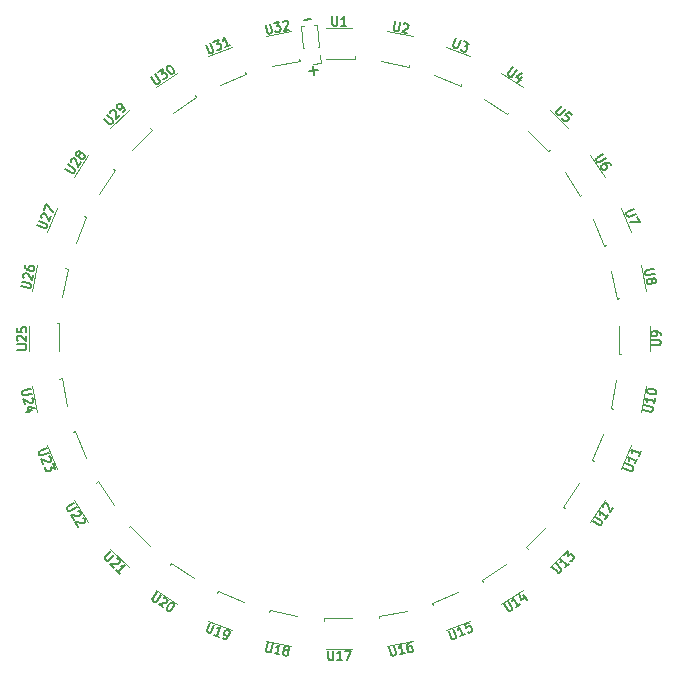
<source format=gbr>
%TF.GenerationSoftware,KiCad,Pcbnew,7.0.1-0*%
%TF.CreationDate,2023-11-10T13:36:56-08:00*%
%TF.ProjectId,ws2816b_ring_revA,77733238-3136-4625-9f72-696e675f7265,A*%
%TF.SameCoordinates,Original*%
%TF.FileFunction,Legend,Top*%
%TF.FilePolarity,Positive*%
%FSLAX46Y46*%
G04 Gerber Fmt 4.6, Leading zero omitted, Abs format (unit mm)*
G04 Created by KiCad (PCBNEW 7.0.1-0) date 2023-11-10 13:36:56*
%MOMM*%
%LPD*%
G01*
G04 APERTURE LIST*
%ADD10C,0.150000*%
%ADD11C,0.120000*%
G04 APERTURE END LIST*
D10*
X144339468Y-71074611D02*
X144908145Y-71018601D01*
X144741172Y-75363579D02*
X145499408Y-75288900D01*
X145157630Y-75705358D02*
X145082950Y-74947122D01*
%TO.C,U24*%
X121230401Y-102280343D02*
X120595226Y-102406687D01*
X120595226Y-102406687D02*
X120527467Y-102456579D01*
X120527467Y-102456579D02*
X120497071Y-102499039D01*
X120497071Y-102499039D02*
X120473643Y-102576527D01*
X120473643Y-102576527D02*
X120501513Y-102716640D01*
X120501513Y-102716640D02*
X120552812Y-102779264D01*
X120552812Y-102779264D02*
X120597142Y-102806860D01*
X120597142Y-102806860D02*
X120678836Y-102827024D01*
X120678836Y-102827024D02*
X121314012Y-102700679D01*
X121301993Y-103030796D02*
X121346323Y-103058392D01*
X121346323Y-103058392D02*
X121397622Y-103121016D01*
X121397622Y-103121016D02*
X121432459Y-103296156D01*
X121432459Y-103296156D02*
X121409031Y-103373644D01*
X121409031Y-103373644D02*
X121378635Y-103416104D01*
X121378635Y-103416104D02*
X121310876Y-103465996D01*
X121310876Y-103465996D02*
X121236150Y-103480860D01*
X121236150Y-103480860D02*
X121117093Y-103468128D01*
X121117093Y-103468128D02*
X120585123Y-103136976D01*
X120585123Y-103136976D02*
X120675701Y-103592340D01*
X121324202Y-104118797D02*
X120801116Y-104222846D01*
X121588270Y-103884201D02*
X120992984Y-103820541D01*
X120992984Y-103820541D02*
X121083562Y-104275906D01*
%TO.C,U12*%
X168773578Y-113472681D02*
X169312054Y-113832479D01*
X169312054Y-113832479D02*
X169395245Y-113845113D01*
X169395245Y-113845113D02*
X169446762Y-113836582D01*
X169446762Y-113836582D02*
X169518121Y-113798356D01*
X169518121Y-113798356D02*
X169597488Y-113679575D01*
X169597488Y-113679575D02*
X169605497Y-113599019D01*
X169605497Y-113599019D02*
X169593663Y-113548160D01*
X169593663Y-113548160D02*
X169550155Y-113476135D01*
X169550155Y-113476135D02*
X169011680Y-113116337D01*
X170093533Y-112937191D02*
X169855431Y-113293535D01*
X169974482Y-113115363D02*
X169309306Y-112670907D01*
X169309306Y-112670907D02*
X169364648Y-112793792D01*
X169364648Y-112793792D02*
X169388314Y-112895511D01*
X169388314Y-112895511D02*
X169380306Y-112976067D01*
X169650442Y-112297501D02*
X169638608Y-112246641D01*
X169638608Y-112246641D02*
X169646617Y-112166086D01*
X169646617Y-112166086D02*
X169745826Y-112017609D01*
X169745826Y-112017609D02*
X169817185Y-111979383D01*
X169817185Y-111979383D02*
X169868701Y-111970853D01*
X169868701Y-111970853D02*
X169951893Y-111983486D01*
X169951893Y-111983486D02*
X170015243Y-112025816D01*
X170015243Y-112025816D02*
X170090427Y-112119005D01*
X170090427Y-112119005D02*
X170232425Y-112729324D01*
X170232425Y-112729324D02*
X170490369Y-112343284D01*
%TO.C,U1*%
X146741152Y-70752697D02*
X146741152Y-71400316D01*
X146741152Y-71400316D02*
X146776866Y-71476506D01*
X146776866Y-71476506D02*
X146812581Y-71514602D01*
X146812581Y-71514602D02*
X146884009Y-71552697D01*
X146884009Y-71552697D02*
X147026866Y-71552697D01*
X147026866Y-71552697D02*
X147098295Y-71514602D01*
X147098295Y-71514602D02*
X147134009Y-71476506D01*
X147134009Y-71476506D02*
X147169723Y-71400316D01*
X147169723Y-71400316D02*
X147169723Y-70752697D01*
X147919723Y-71552697D02*
X147491152Y-71552697D01*
X147705437Y-71552697D02*
X147705437Y-70752697D01*
X147705437Y-70752697D02*
X147634009Y-70866982D01*
X147634009Y-70866982D02*
X147562580Y-70943173D01*
X147562580Y-70943173D02*
X147491152Y-70981268D01*
%TO.C,U26*%
X120384218Y-93626466D02*
X121019393Y-93752810D01*
X121019393Y-93752810D02*
X121101087Y-93732646D01*
X121101087Y-93732646D02*
X121145418Y-93705050D01*
X121145418Y-93705050D02*
X121196716Y-93642426D01*
X121196716Y-93642426D02*
X121224586Y-93502313D01*
X121224586Y-93502313D02*
X121201158Y-93424825D01*
X121201158Y-93424825D02*
X121170762Y-93382365D01*
X121170762Y-93382365D02*
X121103003Y-93332473D01*
X121103003Y-93332473D02*
X120467828Y-93206129D01*
X120605262Y-92905741D02*
X120574866Y-92863281D01*
X120574866Y-92863281D02*
X120551438Y-92785793D01*
X120551438Y-92785793D02*
X120586276Y-92610653D01*
X120586276Y-92610653D02*
X120637574Y-92548028D01*
X120637574Y-92548028D02*
X120681905Y-92520432D01*
X120681905Y-92520432D02*
X120763599Y-92500268D01*
X120763599Y-92500268D02*
X120838325Y-92515132D01*
X120838325Y-92515132D02*
X120943447Y-92572456D01*
X120943447Y-92572456D02*
X121308196Y-93081977D01*
X121308196Y-93081977D02*
X121398774Y-92626613D01*
X120739561Y-91840035D02*
X120711691Y-91980147D01*
X120711691Y-91980147D02*
X120735119Y-92057636D01*
X120735119Y-92057636D02*
X120765515Y-92100096D01*
X120765515Y-92100096D02*
X120863670Y-92192448D01*
X120863670Y-92192448D02*
X121006155Y-92257204D01*
X121006155Y-92257204D02*
X121305061Y-92316660D01*
X121305061Y-92316660D02*
X121386755Y-92296496D01*
X121386755Y-92296496D02*
X121431086Y-92268900D01*
X121431086Y-92268900D02*
X121482384Y-92206276D01*
X121482384Y-92206276D02*
X121510254Y-92066164D01*
X121510254Y-92066164D02*
X121486826Y-91988675D01*
X121486826Y-91988675D02*
X121456430Y-91946215D01*
X121456430Y-91946215D02*
X121388671Y-91896323D01*
X121388671Y-91896323D02*
X121201855Y-91859163D01*
X121201855Y-91859163D02*
X121120161Y-91879327D01*
X121120161Y-91879327D02*
X121075830Y-91906923D01*
X121075830Y-91906923D02*
X121024532Y-91969547D01*
X121024532Y-91969547D02*
X120996662Y-92109660D01*
X120996662Y-92109660D02*
X121020090Y-92187148D01*
X121020090Y-92187148D02*
X121050486Y-92229608D01*
X121050486Y-92229608D02*
X121118245Y-92279500D01*
%TO.C,U28*%
X124119741Y-83653789D02*
X124658217Y-84013587D01*
X124658217Y-84013587D02*
X124741408Y-84026221D01*
X124741408Y-84026221D02*
X124792925Y-84017690D01*
X124792925Y-84017690D02*
X124864284Y-83979464D01*
X124864284Y-83979464D02*
X124943651Y-83860683D01*
X124943651Y-83860683D02*
X124951660Y-83780127D01*
X124951660Y-83780127D02*
X124939826Y-83729268D01*
X124939826Y-83729268D02*
X124896318Y-83657243D01*
X124896318Y-83657243D02*
X124357843Y-83297445D01*
X124599769Y-83072516D02*
X124587935Y-83021657D01*
X124587935Y-83021657D02*
X124595944Y-82941101D01*
X124595944Y-82941101D02*
X124695153Y-82792625D01*
X124695153Y-82792625D02*
X124766512Y-82754398D01*
X124766512Y-82754398D02*
X124818028Y-82745868D01*
X124818028Y-82745868D02*
X124901220Y-82758501D01*
X124901220Y-82758501D02*
X124964570Y-82800831D01*
X124964570Y-82800831D02*
X125039754Y-82894020D01*
X125039754Y-82894020D02*
X125181752Y-83504339D01*
X125181752Y-83504339D02*
X125439696Y-83118299D01*
X125297697Y-82507980D02*
X125226338Y-82546206D01*
X125226338Y-82546206D02*
X125174822Y-82554737D01*
X125174822Y-82554737D02*
X125091630Y-82542103D01*
X125091630Y-82542103D02*
X125059955Y-82520939D01*
X125059955Y-82520939D02*
X125016446Y-82448914D01*
X125016446Y-82448914D02*
X125004613Y-82398054D01*
X125004613Y-82398054D02*
X125012622Y-82317499D01*
X125012622Y-82317499D02*
X125091989Y-82198717D01*
X125091989Y-82198717D02*
X125163348Y-82160491D01*
X125163348Y-82160491D02*
X125214864Y-82151961D01*
X125214864Y-82151961D02*
X125298056Y-82164594D01*
X125298056Y-82164594D02*
X125329731Y-82185759D01*
X125329731Y-82185759D02*
X125373240Y-82257783D01*
X125373240Y-82257783D02*
X125385073Y-82308643D01*
X125385073Y-82308643D02*
X125377064Y-82389199D01*
X125377064Y-82389199D02*
X125297697Y-82507980D01*
X125297697Y-82507980D02*
X125289689Y-82588535D01*
X125289689Y-82588535D02*
X125301522Y-82639395D01*
X125301522Y-82639395D02*
X125345030Y-82711420D01*
X125345030Y-82711420D02*
X125471730Y-82796078D01*
X125471730Y-82796078D02*
X125554922Y-82808712D01*
X125554922Y-82808712D02*
X125606439Y-82800181D01*
X125606439Y-82800181D02*
X125677797Y-82761955D01*
X125677797Y-82761955D02*
X125757165Y-82643174D01*
X125757165Y-82643174D02*
X125765173Y-82562618D01*
X125765173Y-82562618D02*
X125753340Y-82511758D01*
X125753340Y-82511758D02*
X125709832Y-82439734D01*
X125709832Y-82439734D02*
X125583132Y-82355076D01*
X125583132Y-82355076D02*
X125499940Y-82342442D01*
X125499940Y-82342442D02*
X125448423Y-82350973D01*
X125448423Y-82350973D02*
X125377064Y-82389199D01*
%TO.C,U13*%
X165348634Y-117361340D02*
X165806569Y-117819276D01*
X165806569Y-117819276D02*
X165885698Y-117847897D01*
X165885698Y-117847897D02*
X165937889Y-117849581D01*
X165937889Y-117849581D02*
X166015334Y-117826010D01*
X166015334Y-117826010D02*
X166116350Y-117724995D01*
X166116350Y-117724995D02*
X166139920Y-117647550D01*
X166139920Y-117647550D02*
X166138236Y-117595359D01*
X166138236Y-117595359D02*
X166109615Y-117516230D01*
X166109615Y-117516230D02*
X165651679Y-117058294D01*
X166747695Y-117093650D02*
X166444649Y-117396696D01*
X166596172Y-117245173D02*
X166030486Y-116679487D01*
X166030486Y-116679487D02*
X166060791Y-116810807D01*
X166060791Y-116810807D02*
X166064158Y-116915190D01*
X166064158Y-116915190D02*
X166040588Y-116992635D01*
X166358786Y-116351188D02*
X166687086Y-116022888D01*
X166687086Y-116022888D02*
X166725808Y-116415164D01*
X166725808Y-116415164D02*
X166801570Y-116339403D01*
X166801570Y-116339403D02*
X166879015Y-116315832D01*
X166879015Y-116315832D02*
X166931206Y-116317516D01*
X166931206Y-116317516D02*
X167010335Y-116346137D01*
X167010335Y-116346137D02*
X167145022Y-116480824D01*
X167145022Y-116480824D02*
X167173643Y-116559952D01*
X167173643Y-116559952D02*
X167175326Y-116612144D01*
X167175326Y-116612144D02*
X167151756Y-116689589D01*
X167151756Y-116689589D02*
X167000233Y-116841112D01*
X167000233Y-116841112D02*
X166922788Y-116864682D01*
X166922788Y-116864682D02*
X166870597Y-116862998D01*
%TO.C,U32*%
X141080455Y-71459424D02*
X141206799Y-72094599D01*
X141206799Y-72094599D02*
X141256691Y-72162358D01*
X141256691Y-72162358D02*
X141299151Y-72192754D01*
X141299151Y-72192754D02*
X141376639Y-72216182D01*
X141376639Y-72216182D02*
X141516752Y-72188312D01*
X141516752Y-72188312D02*
X141579376Y-72137013D01*
X141579376Y-72137013D02*
X141606972Y-72092683D01*
X141606972Y-72092683D02*
X141627136Y-72010989D01*
X141627136Y-72010989D02*
X141500791Y-71375813D01*
X141781016Y-71320073D02*
X142236380Y-71229496D01*
X142236380Y-71229496D02*
X142050640Y-71577174D01*
X142050640Y-71577174D02*
X142155724Y-71556272D01*
X142155724Y-71556272D02*
X142233212Y-71579700D01*
X142233212Y-71579700D02*
X142275672Y-71610096D01*
X142275672Y-71610096D02*
X142325564Y-71677855D01*
X142325564Y-71677855D02*
X142362724Y-71864671D01*
X142362724Y-71864671D02*
X142342560Y-71946365D01*
X142342560Y-71946365D02*
X142314964Y-71990696D01*
X142314964Y-71990696D02*
X142252340Y-72041994D01*
X142252340Y-72041994D02*
X142042172Y-72083799D01*
X142042172Y-72083799D02*
X141964684Y-72060371D01*
X141964684Y-72060371D02*
X141922224Y-72029975D01*
X142531469Y-71248482D02*
X142559065Y-71204151D01*
X142559065Y-71204151D02*
X142621689Y-71152853D01*
X142621689Y-71152853D02*
X142796829Y-71118016D01*
X142796829Y-71118016D02*
X142874317Y-71141444D01*
X142874317Y-71141444D02*
X142916777Y-71171839D01*
X142916777Y-71171839D02*
X142966669Y-71239598D01*
X142966669Y-71239598D02*
X142981533Y-71314325D01*
X142981533Y-71314325D02*
X142968801Y-71433382D01*
X142968801Y-71433382D02*
X142637649Y-71965351D01*
X142637649Y-71965351D02*
X143093014Y-71874774D01*
%TO.C,U29*%
X127370188Y-79403878D02*
X127828123Y-79861814D01*
X127828123Y-79861814D02*
X127907252Y-79890435D01*
X127907252Y-79890435D02*
X127959443Y-79892119D01*
X127959443Y-79892119D02*
X128036888Y-79868548D01*
X128036888Y-79868548D02*
X128137904Y-79767533D01*
X128137904Y-79767533D02*
X128161474Y-79690088D01*
X128161474Y-79690088D02*
X128159790Y-79637897D01*
X128159790Y-79637897D02*
X128131169Y-79558768D01*
X128131169Y-79558768D02*
X127673233Y-79100832D01*
X127954392Y-78927423D02*
X127952709Y-78875232D01*
X127952709Y-78875232D02*
X127976279Y-78797787D01*
X127976279Y-78797787D02*
X128102548Y-78671518D01*
X128102548Y-78671518D02*
X128179993Y-78647948D01*
X128179993Y-78647948D02*
X128232184Y-78649631D01*
X128232184Y-78649631D02*
X128311313Y-78678252D01*
X128311313Y-78678252D02*
X128365188Y-78732127D01*
X128365188Y-78732127D02*
X128420746Y-78838193D01*
X128420746Y-78838193D02*
X128440949Y-79464488D01*
X128440949Y-79464488D02*
X128769249Y-79136188D01*
X129021787Y-78883650D02*
X129122802Y-78782634D01*
X129122802Y-78782634D02*
X129146373Y-78705189D01*
X129146373Y-78705189D02*
X129144689Y-78652998D01*
X129144689Y-78652998D02*
X129114384Y-78521678D01*
X129114384Y-78521678D02*
X129031889Y-78388675D01*
X129031889Y-78388675D02*
X128816389Y-78173176D01*
X128816389Y-78173176D02*
X128737261Y-78144555D01*
X128737261Y-78144555D02*
X128685070Y-78142871D01*
X128685070Y-78142871D02*
X128607625Y-78166441D01*
X128607625Y-78166441D02*
X128506609Y-78267457D01*
X128506609Y-78267457D02*
X128483039Y-78344902D01*
X128483039Y-78344902D02*
X128484723Y-78397093D01*
X128484723Y-78397093D02*
X128513344Y-78476221D01*
X128513344Y-78476221D02*
X128648031Y-78610908D01*
X128648031Y-78610908D02*
X128727159Y-78639529D01*
X128727159Y-78639529D02*
X128779350Y-78641213D01*
X128779350Y-78641213D02*
X128856796Y-78617643D01*
X128856796Y-78617643D02*
X128957811Y-78516628D01*
X128957811Y-78516628D02*
X128981381Y-78439183D01*
X128981381Y-78439183D02*
X128979697Y-78386991D01*
X128979697Y-78386991D02*
X128951076Y-78307863D01*
%TO.C,U7*%
X172299425Y-87056642D02*
X171701103Y-87304475D01*
X171701103Y-87304475D02*
X171644380Y-87366628D01*
X171644380Y-87366628D02*
X171622852Y-87414202D01*
X171622852Y-87414202D02*
X171614991Y-87494771D01*
X171614991Y-87494771D02*
X171669660Y-87626754D01*
X171669660Y-87626754D02*
X171732190Y-87678167D01*
X171732190Y-87678167D02*
X171781053Y-87696584D01*
X171781053Y-87696584D02*
X171865111Y-87700423D01*
X171865111Y-87700423D02*
X172463433Y-87452590D01*
X172572771Y-87716556D02*
X172764112Y-88178495D01*
X172764112Y-88178495D02*
X171902003Y-88187681D01*
%TO.C,U8*%
X173960249Y-92140736D02*
X173325073Y-92267080D01*
X173325073Y-92267080D02*
X173257314Y-92316972D01*
X173257314Y-92316972D02*
X173226919Y-92359432D01*
X173226919Y-92359432D02*
X173203490Y-92436920D01*
X173203490Y-92436920D02*
X173231360Y-92577032D01*
X173231360Y-92577032D02*
X173282659Y-92639656D01*
X173282659Y-92639656D02*
X173326989Y-92667252D01*
X173326989Y-92667252D02*
X173408683Y-92687416D01*
X173408683Y-92687416D02*
X174043859Y-92561072D01*
X173798167Y-93083324D02*
X173821595Y-93005836D01*
X173821595Y-93005836D02*
X173851991Y-92963376D01*
X173851991Y-92963376D02*
X173919750Y-92913484D01*
X173919750Y-92913484D02*
X173957113Y-92906052D01*
X173957113Y-92906052D02*
X174038807Y-92926216D01*
X174038807Y-92926216D02*
X174083138Y-92953812D01*
X174083138Y-92953812D02*
X174134436Y-93016436D01*
X174134436Y-93016436D02*
X174162306Y-93156549D01*
X174162306Y-93156549D02*
X174138878Y-93234037D01*
X174138878Y-93234037D02*
X174108482Y-93276497D01*
X174108482Y-93276497D02*
X174040723Y-93326389D01*
X174040723Y-93326389D02*
X174003360Y-93333821D01*
X174003360Y-93333821D02*
X173921666Y-93313657D01*
X173921666Y-93313657D02*
X173877335Y-93286061D01*
X173877335Y-93286061D02*
X173826037Y-93223437D01*
X173826037Y-93223437D02*
X173798167Y-93083324D01*
X173798167Y-93083324D02*
X173746869Y-93020700D01*
X173746869Y-93020700D02*
X173702538Y-92993104D01*
X173702538Y-92993104D02*
X173620844Y-92972940D01*
X173620844Y-92972940D02*
X173471391Y-93002668D01*
X173471391Y-93002668D02*
X173403632Y-93052560D01*
X173403632Y-93052560D02*
X173373236Y-93095021D01*
X173373236Y-93095021D02*
X173349808Y-93172509D01*
X173349808Y-93172509D02*
X173377678Y-93312621D01*
X173377678Y-93312621D02*
X173428976Y-93375245D01*
X173428976Y-93375245D02*
X173473307Y-93402841D01*
X173473307Y-93402841D02*
X173555001Y-93423005D01*
X173555001Y-93423005D02*
X173704454Y-93393277D01*
X173704454Y-93393277D02*
X173772213Y-93343385D01*
X173772213Y-93343385D02*
X173802609Y-93300925D01*
X173802609Y-93300925D02*
X173826037Y-93223437D01*
%TO.C,U6*%
X169678657Y-82394247D02*
X169140181Y-82754045D01*
X169140181Y-82754045D02*
X169096673Y-82826069D01*
X169096673Y-82826069D02*
X169084839Y-82876929D01*
X169084839Y-82876929D02*
X169092848Y-82957484D01*
X169092848Y-82957484D02*
X169172215Y-83076266D01*
X169172215Y-83076266D02*
X169243574Y-83114492D01*
X169243574Y-83114492D02*
X169295091Y-83123023D01*
X169295091Y-83123023D02*
X169378283Y-83110389D01*
X169378283Y-83110389D02*
X169916758Y-82750591D01*
X170293752Y-83314802D02*
X170214385Y-83196021D01*
X170214385Y-83196021D02*
X170143026Y-83157795D01*
X170143026Y-83157795D02*
X170091509Y-83149264D01*
X170091509Y-83149264D02*
X169956801Y-83153367D01*
X169956801Y-83153367D02*
X169810259Y-83208330D01*
X169810259Y-83208330D02*
X169556858Y-83377647D01*
X169556858Y-83377647D02*
X169513350Y-83449671D01*
X169513350Y-83449671D02*
X169501517Y-83500531D01*
X169501517Y-83500531D02*
X169509526Y-83581086D01*
X169509526Y-83581086D02*
X169588893Y-83699868D01*
X169588893Y-83699868D02*
X169660251Y-83738094D01*
X169660251Y-83738094D02*
X169711768Y-83746624D01*
X169711768Y-83746624D02*
X169794960Y-83733991D01*
X169794960Y-83733991D02*
X169953335Y-83628168D01*
X169953335Y-83628168D02*
X169996843Y-83556143D01*
X169996843Y-83556143D02*
X170008677Y-83505283D01*
X170008677Y-83505283D02*
X170000668Y-83424728D01*
X170000668Y-83424728D02*
X169921301Y-83305947D01*
X169921301Y-83305947D02*
X169849942Y-83267721D01*
X169849942Y-83267721D02*
X169798426Y-83259190D01*
X169798426Y-83259190D02*
X169715234Y-83271824D01*
%TO.C,U30*%
X131387293Y-75869758D02*
X131747091Y-76408234D01*
X131747091Y-76408234D02*
X131819116Y-76451742D01*
X131819116Y-76451742D02*
X131869975Y-76463576D01*
X131869975Y-76463576D02*
X131950531Y-76455567D01*
X131950531Y-76455567D02*
X132069312Y-76376200D01*
X132069312Y-76376200D02*
X132107538Y-76304841D01*
X132107538Y-76304841D02*
X132116069Y-76253324D01*
X132116069Y-76253324D02*
X132103435Y-76170133D01*
X132103435Y-76170133D02*
X131743637Y-75631657D01*
X131981200Y-75472923D02*
X132367239Y-75214979D01*
X132367239Y-75214979D02*
X132328688Y-75607272D01*
X132328688Y-75607272D02*
X132417775Y-75547747D01*
X132417775Y-75547747D02*
X132498330Y-75539738D01*
X132498330Y-75539738D02*
X132549190Y-75551572D01*
X132549190Y-75551572D02*
X132621214Y-75595080D01*
X132621214Y-75595080D02*
X132727037Y-75753455D01*
X132727037Y-75753455D02*
X132739671Y-75836647D01*
X132739671Y-75836647D02*
X132731140Y-75888164D01*
X132731140Y-75888164D02*
X132692914Y-75959522D01*
X132692914Y-75959522D02*
X132514742Y-76078573D01*
X132514742Y-76078573D02*
X132434187Y-76086582D01*
X132434187Y-76086582D02*
X132383327Y-76074748D01*
X132753279Y-74957036D02*
X132812670Y-74917352D01*
X132812670Y-74917352D02*
X132893225Y-74909344D01*
X132893225Y-74909344D02*
X132944085Y-74921177D01*
X132944085Y-74921177D02*
X133016109Y-74964685D01*
X133016109Y-74964685D02*
X133130463Y-75071544D01*
X133130463Y-75071544D02*
X133236286Y-75229919D01*
X133236286Y-75229919D02*
X133291249Y-75376461D01*
X133291249Y-75376461D02*
X133303883Y-75459653D01*
X133303883Y-75459653D02*
X133295352Y-75511169D01*
X133295352Y-75511169D02*
X133257126Y-75582528D01*
X133257126Y-75582528D02*
X133197735Y-75622212D01*
X133197735Y-75622212D02*
X133117180Y-75630220D01*
X133117180Y-75630220D02*
X133066320Y-75618387D01*
X133066320Y-75618387D02*
X132994295Y-75574879D01*
X132994295Y-75574879D02*
X132879942Y-75468020D01*
X132879942Y-75468020D02*
X132774119Y-75309645D01*
X132774119Y-75309645D02*
X132719156Y-75163103D01*
X132719156Y-75163103D02*
X132706522Y-75079911D01*
X132706522Y-75079911D02*
X132715053Y-75028395D01*
X132715053Y-75028395D02*
X132753279Y-74957036D01*
%TO.C,U10*%
X173050180Y-104087250D02*
X173685355Y-104213594D01*
X173685355Y-104213594D02*
X173767049Y-104193430D01*
X173767049Y-104193430D02*
X173811380Y-104165834D01*
X173811380Y-104165834D02*
X173862678Y-104103210D01*
X173862678Y-104103210D02*
X173890548Y-103963097D01*
X173890548Y-103963097D02*
X173867120Y-103885609D01*
X173867120Y-103885609D02*
X173836724Y-103843149D01*
X173836724Y-103843149D02*
X173768965Y-103793257D01*
X173768965Y-103793257D02*
X173133790Y-103666913D01*
X174064736Y-103087397D02*
X173981126Y-103507733D01*
X174022931Y-103297565D02*
X173238303Y-103141493D01*
X173238303Y-103141493D02*
X173336457Y-103233845D01*
X173336457Y-103233845D02*
X173397249Y-103318765D01*
X173397249Y-103318765D02*
X173420677Y-103396253D01*
X173370685Y-102475959D02*
X173384620Y-102405903D01*
X173384620Y-102405903D02*
X173435919Y-102343279D01*
X173435919Y-102343279D02*
X173480249Y-102315683D01*
X173480249Y-102315683D02*
X173561944Y-102295519D01*
X173561944Y-102295519D02*
X173718364Y-102290219D01*
X173718364Y-102290219D02*
X173905180Y-102327379D01*
X173905180Y-102327379D02*
X174047666Y-102392135D01*
X174047666Y-102392135D02*
X174115425Y-102442027D01*
X174115425Y-102442027D02*
X174145820Y-102484488D01*
X174145820Y-102484488D02*
X174169249Y-102561976D01*
X174169249Y-102561976D02*
X174155314Y-102632032D01*
X174155314Y-102632032D02*
X174104015Y-102694656D01*
X174104015Y-102694656D02*
X174059685Y-102722252D01*
X174059685Y-102722252D02*
X173977991Y-102742416D01*
X173977991Y-102742416D02*
X173821570Y-102747716D01*
X173821570Y-102747716D02*
X173634754Y-102710556D01*
X173634754Y-102710556D02*
X173492268Y-102645800D01*
X173492268Y-102645800D02*
X173424509Y-102595908D01*
X173424509Y-102595908D02*
X173394114Y-102553448D01*
X173394114Y-102553448D02*
X173370685Y-102475959D01*
%TO.C,U9*%
X173737493Y-98594009D02*
X174385112Y-98594009D01*
X174385112Y-98594009D02*
X174461302Y-98558295D01*
X174461302Y-98558295D02*
X174499398Y-98522581D01*
X174499398Y-98522581D02*
X174537493Y-98451152D01*
X174537493Y-98451152D02*
X174537493Y-98308295D01*
X174537493Y-98308295D02*
X174499398Y-98236866D01*
X174499398Y-98236866D02*
X174461302Y-98201152D01*
X174461302Y-98201152D02*
X174385112Y-98165438D01*
X174385112Y-98165438D02*
X173737493Y-98165438D01*
X174537493Y-97772581D02*
X174537493Y-97629724D01*
X174537493Y-97629724D02*
X174499398Y-97558295D01*
X174499398Y-97558295D02*
X174461302Y-97522581D01*
X174461302Y-97522581D02*
X174347017Y-97451152D01*
X174347017Y-97451152D02*
X174194636Y-97415438D01*
X174194636Y-97415438D02*
X173889874Y-97415438D01*
X173889874Y-97415438D02*
X173813683Y-97451152D01*
X173813683Y-97451152D02*
X173775588Y-97486867D01*
X173775588Y-97486867D02*
X173737493Y-97558295D01*
X173737493Y-97558295D02*
X173737493Y-97701152D01*
X173737493Y-97701152D02*
X173775588Y-97772581D01*
X173775588Y-97772581D02*
X173813683Y-97808295D01*
X173813683Y-97808295D02*
X173889874Y-97844009D01*
X173889874Y-97844009D02*
X174080350Y-97844009D01*
X174080350Y-97844009D02*
X174156540Y-97808295D01*
X174156540Y-97808295D02*
X174194636Y-97772581D01*
X174194636Y-97772581D02*
X174232731Y-97701152D01*
X174232731Y-97701152D02*
X174232731Y-97558295D01*
X174232731Y-97558295D02*
X174194636Y-97486867D01*
X174194636Y-97486867D02*
X174156540Y-97451152D01*
X174156540Y-97451152D02*
X174080350Y-97415438D01*
%TO.C,U31*%
X136016685Y-73187244D02*
X136264518Y-73785566D01*
X136264518Y-73785566D02*
X136326670Y-73842290D01*
X136326670Y-73842290D02*
X136374245Y-73863818D01*
X136374245Y-73863818D02*
X136454814Y-73871679D01*
X136454814Y-73871679D02*
X136586797Y-73817010D01*
X136586797Y-73817010D02*
X136638210Y-73754480D01*
X136638210Y-73754480D02*
X136656627Y-73705617D01*
X136656627Y-73705617D02*
X136660466Y-73621559D01*
X136660466Y-73621559D02*
X136412633Y-73023237D01*
X136676598Y-72913899D02*
X137105543Y-72736225D01*
X137105543Y-72736225D02*
X136991200Y-73113459D01*
X136991200Y-73113459D02*
X137090187Y-73072457D01*
X137090187Y-73072457D02*
X137170757Y-73080318D01*
X137170757Y-73080318D02*
X137218331Y-73101846D01*
X137218331Y-73101846D02*
X137280484Y-73158570D01*
X137280484Y-73158570D02*
X137353376Y-73334547D01*
X137353376Y-73334547D02*
X137349537Y-73418605D01*
X137349537Y-73418605D02*
X137331119Y-73467467D01*
X137331119Y-73467467D02*
X137279707Y-73529997D01*
X137279707Y-73529997D02*
X137081732Y-73612001D01*
X137081732Y-73612001D02*
X137001163Y-73604140D01*
X137001163Y-73604140D02*
X136953588Y-73582612D01*
X138071604Y-73201983D02*
X137675655Y-73365990D01*
X137873629Y-73283986D02*
X137567483Y-72544883D01*
X137567483Y-72544883D02*
X137545226Y-72677804D01*
X137545226Y-72677804D02*
X137508392Y-72775529D01*
X137508392Y-72775529D02*
X137456979Y-72838059D01*
%TO.C,U3*%
X157223784Y-72607541D02*
X156975951Y-73205863D01*
X156975951Y-73205863D02*
X156979790Y-73289921D01*
X156979790Y-73289921D02*
X156998207Y-73338784D01*
X156998207Y-73338784D02*
X157049620Y-73401314D01*
X157049620Y-73401314D02*
X157181603Y-73455983D01*
X157181603Y-73455983D02*
X157262172Y-73448122D01*
X157262172Y-73448122D02*
X157309747Y-73426594D01*
X157309747Y-73426594D02*
X157371899Y-73369870D01*
X157371899Y-73369870D02*
X157619732Y-72771548D01*
X157883697Y-72880886D02*
X158312642Y-73058561D01*
X158312642Y-73058561D02*
X157965044Y-73244453D01*
X157965044Y-73244453D02*
X158064031Y-73285455D01*
X158064031Y-73285455D02*
X158115444Y-73347985D01*
X158115444Y-73347985D02*
X158133862Y-73396848D01*
X158133862Y-73396848D02*
X158137701Y-73480906D01*
X158137701Y-73480906D02*
X158064808Y-73656883D01*
X158064808Y-73656883D02*
X158002656Y-73713606D01*
X158002656Y-73713606D02*
X157955082Y-73735134D01*
X157955082Y-73735134D02*
X157874512Y-73742995D01*
X157874512Y-73742995D02*
X157676538Y-73660992D01*
X157676538Y-73660992D02*
X157625125Y-73598462D01*
X157625125Y-73598462D02*
X157606708Y-73549599D01*
%TO.C,U20*%
X131877316Y-119483577D02*
X131517518Y-120022053D01*
X131517518Y-120022053D02*
X131504884Y-120105244D01*
X131504884Y-120105244D02*
X131513415Y-120156761D01*
X131513415Y-120156761D02*
X131551641Y-120228120D01*
X131551641Y-120228120D02*
X131670422Y-120307487D01*
X131670422Y-120307487D02*
X131750978Y-120315496D01*
X131750978Y-120315496D02*
X131801837Y-120303662D01*
X131801837Y-120303662D02*
X131873862Y-120260154D01*
X131873862Y-120260154D02*
X132233660Y-119721679D01*
X132458589Y-119963605D02*
X132509448Y-119951771D01*
X132509448Y-119951771D02*
X132590004Y-119959780D01*
X132590004Y-119959780D02*
X132738480Y-120058989D01*
X132738480Y-120058989D02*
X132776707Y-120130348D01*
X132776707Y-120130348D02*
X132785237Y-120181864D01*
X132785237Y-120181864D02*
X132772604Y-120265056D01*
X132772604Y-120265056D02*
X132730274Y-120328406D01*
X132730274Y-120328406D02*
X132637085Y-120403590D01*
X132637085Y-120403590D02*
X132026766Y-120545588D01*
X132026766Y-120545588D02*
X132412806Y-120803532D01*
X133243302Y-120396300D02*
X133302692Y-120435983D01*
X133302692Y-120435983D02*
X133340918Y-120507342D01*
X133340918Y-120507342D02*
X133349449Y-120558859D01*
X133349449Y-120558859D02*
X133336815Y-120642050D01*
X133336815Y-120642050D02*
X133281852Y-120788592D01*
X133281852Y-120788592D02*
X133176029Y-120946968D01*
X133176029Y-120946968D02*
X133061676Y-121053826D01*
X133061676Y-121053826D02*
X132989651Y-121097334D01*
X132989651Y-121097334D02*
X132938791Y-121109167D01*
X132938791Y-121109167D02*
X132858236Y-121101159D01*
X132858236Y-121101159D02*
X132798845Y-121061475D01*
X132798845Y-121061475D02*
X132760619Y-120990117D01*
X132760619Y-120990117D02*
X132752088Y-120938600D01*
X132752088Y-120938600D02*
X132764722Y-120855408D01*
X132764722Y-120855408D02*
X132819685Y-120708866D01*
X132819685Y-120708866D02*
X132925508Y-120550491D01*
X132925508Y-120550491D02*
X133039862Y-120443633D01*
X133039862Y-120443633D02*
X133111886Y-120400124D01*
X133111886Y-120400124D02*
X133162746Y-120388291D01*
X133162746Y-120388291D02*
X133243302Y-120396300D01*
%TO.C,U4*%
X161993161Y-75028159D02*
X161633363Y-75566635D01*
X161633363Y-75566635D02*
X161620730Y-75649826D01*
X161620730Y-75649826D02*
X161629260Y-75701343D01*
X161629260Y-75701343D02*
X161667486Y-75772702D01*
X161667486Y-75772702D02*
X161786268Y-75852069D01*
X161786268Y-75852069D02*
X161866823Y-75860078D01*
X161866823Y-75860078D02*
X161917683Y-75848244D01*
X161917683Y-75848244D02*
X161989708Y-75804736D01*
X161989708Y-75804736D02*
X162349505Y-75266261D01*
X162765565Y-75864980D02*
X162469261Y-76308430D01*
X162786405Y-75512371D02*
X162320459Y-75888287D01*
X162320459Y-75888287D02*
X162706499Y-76146230D01*
%TO.C,U5*%
X166198657Y-78332726D02*
X165740721Y-78790662D01*
X165740721Y-78790662D02*
X165712100Y-78869790D01*
X165712100Y-78869790D02*
X165710417Y-78921982D01*
X165710417Y-78921982D02*
X165733987Y-78999427D01*
X165733987Y-78999427D02*
X165835002Y-79100442D01*
X165835002Y-79100442D02*
X165912447Y-79124012D01*
X165912447Y-79124012D02*
X165964638Y-79122328D01*
X165964638Y-79122328D02*
X166043767Y-79093707D01*
X166043767Y-79093707D02*
X166501703Y-78635772D01*
X167006779Y-79140848D02*
X166754241Y-78888310D01*
X166754241Y-78888310D02*
X166459613Y-79132430D01*
X166459613Y-79132430D02*
X166511804Y-79130746D01*
X166511804Y-79130746D02*
X166589249Y-79154316D01*
X166589249Y-79154316D02*
X166715518Y-79280586D01*
X166715518Y-79280586D02*
X166739088Y-79358031D01*
X166739088Y-79358031D02*
X166737405Y-79410222D01*
X166737405Y-79410222D02*
X166708784Y-79489350D01*
X166708784Y-79489350D02*
X166574097Y-79624037D01*
X166574097Y-79624037D02*
X166494968Y-79652658D01*
X166494968Y-79652658D02*
X166442777Y-79654342D01*
X166442777Y-79654342D02*
X166365332Y-79630772D01*
X166365332Y-79630772D02*
X166239063Y-79504503D01*
X166239063Y-79504503D02*
X166215493Y-79427058D01*
X166215493Y-79427058D02*
X166217176Y-79374866D01*
%TO.C,U18*%
X141262747Y-123760180D02*
X141136403Y-124395355D01*
X141136403Y-124395355D02*
X141156567Y-124477049D01*
X141156567Y-124477049D02*
X141184163Y-124521380D01*
X141184163Y-124521380D02*
X141246787Y-124572678D01*
X141246787Y-124572678D02*
X141386900Y-124600548D01*
X141386900Y-124600548D02*
X141464388Y-124577120D01*
X141464388Y-124577120D02*
X141506848Y-124546724D01*
X141506848Y-124546724D02*
X141556740Y-124478965D01*
X141556740Y-124478965D02*
X141683084Y-123843790D01*
X142262600Y-124774736D02*
X141842264Y-124691126D01*
X142052432Y-124732931D02*
X142208504Y-123948303D01*
X142208504Y-123948303D02*
X142116152Y-124046457D01*
X142116152Y-124046457D02*
X142031232Y-124107249D01*
X142031232Y-124107249D02*
X141953744Y-124130677D01*
X142772121Y-124409987D02*
X142709497Y-124358689D01*
X142709497Y-124358689D02*
X142681901Y-124314358D01*
X142681901Y-124314358D02*
X142661737Y-124232664D01*
X142661737Y-124232664D02*
X142669169Y-124195301D01*
X142669169Y-124195301D02*
X142719061Y-124127542D01*
X142719061Y-124127542D02*
X142761521Y-124097146D01*
X142761521Y-124097146D02*
X142839009Y-124073718D01*
X142839009Y-124073718D02*
X142979122Y-124101588D01*
X142979122Y-124101588D02*
X143041746Y-124152886D01*
X143041746Y-124152886D02*
X143069342Y-124197217D01*
X143069342Y-124197217D02*
X143089506Y-124278911D01*
X143089506Y-124278911D02*
X143082074Y-124316274D01*
X143082074Y-124316274D02*
X143032182Y-124384033D01*
X143032182Y-124384033D02*
X142989722Y-124414429D01*
X142989722Y-124414429D02*
X142912234Y-124437857D01*
X142912234Y-124437857D02*
X142772121Y-124409987D01*
X142772121Y-124409987D02*
X142694633Y-124433415D01*
X142694633Y-124433415D02*
X142652173Y-124463811D01*
X142652173Y-124463811D02*
X142602281Y-124531570D01*
X142602281Y-124531570D02*
X142572553Y-124681023D01*
X142572553Y-124681023D02*
X142592717Y-124762717D01*
X142592717Y-124762717D02*
X142620313Y-124807048D01*
X142620313Y-124807048D02*
X142682937Y-124858346D01*
X142682937Y-124858346D02*
X142823049Y-124886216D01*
X142823049Y-124886216D02*
X142900538Y-124862788D01*
X142900538Y-124862788D02*
X142942998Y-124832392D01*
X142942998Y-124832392D02*
X142992890Y-124764633D01*
X142992890Y-124764633D02*
X143022618Y-124615180D01*
X143022618Y-124615180D02*
X143002454Y-124533486D01*
X143002454Y-124533486D02*
X142974858Y-124489155D01*
X142974858Y-124489155D02*
X142912234Y-124437857D01*
%TO.C,U27*%
X121760868Y-88456169D02*
X122359190Y-88704002D01*
X122359190Y-88704002D02*
X122443248Y-88700164D01*
X122443248Y-88700164D02*
X122492111Y-88681746D01*
X122492111Y-88681746D02*
X122554641Y-88630333D01*
X122554641Y-88630333D02*
X122609310Y-88498351D01*
X122609310Y-88498351D02*
X122601449Y-88417781D01*
X122601449Y-88417781D02*
X122579921Y-88370207D01*
X122579921Y-88370207D02*
X122523198Y-88308054D01*
X122523198Y-88308054D02*
X121924876Y-88060221D01*
X122118272Y-87792417D02*
X122096743Y-87744843D01*
X122096743Y-87744843D02*
X122088883Y-87664273D01*
X122088883Y-87664273D02*
X122157219Y-87499294D01*
X122157219Y-87499294D02*
X122219749Y-87447881D01*
X122219749Y-87447881D02*
X122268612Y-87429464D01*
X122268612Y-87429464D02*
X122352670Y-87425625D01*
X122352670Y-87425625D02*
X122423060Y-87454782D01*
X122423060Y-87454782D02*
X122514979Y-87531513D01*
X122514979Y-87531513D02*
X122773317Y-88102402D01*
X122773317Y-88102402D02*
X122950992Y-87673458D01*
X122307559Y-87136341D02*
X122498901Y-86674402D01*
X122498901Y-86674402D02*
X123114999Y-87277510D01*
%TO.C,U17*%
X146398847Y-124447493D02*
X146398847Y-125095112D01*
X146398847Y-125095112D02*
X146434561Y-125171302D01*
X146434561Y-125171302D02*
X146470276Y-125209398D01*
X146470276Y-125209398D02*
X146541704Y-125247493D01*
X146541704Y-125247493D02*
X146684561Y-125247493D01*
X146684561Y-125247493D02*
X146755990Y-125209398D01*
X146755990Y-125209398D02*
X146791704Y-125171302D01*
X146791704Y-125171302D02*
X146827418Y-125095112D01*
X146827418Y-125095112D02*
X146827418Y-124447493D01*
X147577418Y-125247493D02*
X147148847Y-125247493D01*
X147363132Y-125247493D02*
X147363132Y-124447493D01*
X147363132Y-124447493D02*
X147291704Y-124561778D01*
X147291704Y-124561778D02*
X147220275Y-124637969D01*
X147220275Y-124637969D02*
X147148847Y-124676064D01*
X147827418Y-124447493D02*
X148327418Y-124447493D01*
X148327418Y-124447493D02*
X148005990Y-125247493D01*
%TO.C,U21*%
X127988657Y-116058634D02*
X127530721Y-116516569D01*
X127530721Y-116516569D02*
X127502100Y-116595698D01*
X127502100Y-116595698D02*
X127500416Y-116647889D01*
X127500416Y-116647889D02*
X127523987Y-116725334D01*
X127523987Y-116725334D02*
X127625002Y-116826350D01*
X127625002Y-116826350D02*
X127702447Y-116849920D01*
X127702447Y-116849920D02*
X127754638Y-116848236D01*
X127754638Y-116848236D02*
X127833767Y-116819615D01*
X127833767Y-116819615D02*
X128291703Y-116361679D01*
X128465112Y-116642838D02*
X128517303Y-116641155D01*
X128517303Y-116641155D02*
X128594748Y-116664725D01*
X128594748Y-116664725D02*
X128721017Y-116790994D01*
X128721017Y-116790994D02*
X128744587Y-116868439D01*
X128744587Y-116868439D02*
X128742904Y-116920630D01*
X128742904Y-116920630D02*
X128714283Y-116999759D01*
X128714283Y-116999759D02*
X128660408Y-117053634D01*
X128660408Y-117053634D02*
X128554342Y-117109192D01*
X128554342Y-117109192D02*
X127928047Y-117129395D01*
X127928047Y-117129395D02*
X128256347Y-117457695D01*
X128761424Y-117962771D02*
X128458378Y-117659725D01*
X128609901Y-117811248D02*
X129175586Y-117245563D01*
X129175586Y-117245563D02*
X129044266Y-117275867D01*
X129044266Y-117275867D02*
X128939884Y-117279235D01*
X128939884Y-117279235D02*
X128862439Y-117255664D01*
%TO.C,U23*%
X122560907Y-107288501D02*
X121962585Y-107536334D01*
X121962585Y-107536334D02*
X121905861Y-107598486D01*
X121905861Y-107598486D02*
X121884333Y-107646061D01*
X121884333Y-107646061D02*
X121876472Y-107726630D01*
X121876472Y-107726630D02*
X121931141Y-107858613D01*
X121931141Y-107858613D02*
X121993671Y-107910026D01*
X121993671Y-107910026D02*
X122042534Y-107928443D01*
X122042534Y-107928443D02*
X122126592Y-107932282D01*
X122126592Y-107932282D02*
X122724914Y-107684449D01*
X122777528Y-108010567D02*
X122826391Y-108028984D01*
X122826391Y-108028984D02*
X122888921Y-108080397D01*
X122888921Y-108080397D02*
X122957257Y-108245376D01*
X122957257Y-108245376D02*
X122949396Y-108325946D01*
X122949396Y-108325946D02*
X122927868Y-108373520D01*
X122927868Y-108373520D02*
X122871145Y-108435672D01*
X122871145Y-108435672D02*
X122800754Y-108464829D01*
X122800754Y-108464829D02*
X122681500Y-108475569D01*
X122681500Y-108475569D02*
X122095148Y-108254561D01*
X122095148Y-108254561D02*
X122272823Y-108683505D01*
X123107597Y-108608329D02*
X123285272Y-109037273D01*
X123285272Y-109037273D02*
X122908038Y-108922930D01*
X122908038Y-108922930D02*
X122949039Y-109021917D01*
X122949039Y-109021917D02*
X122941179Y-109102487D01*
X122941179Y-109102487D02*
X122919650Y-109150061D01*
X122919650Y-109150061D02*
X122862927Y-109212214D01*
X122862927Y-109212214D02*
X122686950Y-109285106D01*
X122686950Y-109285106D02*
X122602892Y-109281267D01*
X122602892Y-109281267D02*
X122554029Y-109262850D01*
X122554029Y-109262850D02*
X122491499Y-109211437D01*
X122491499Y-109211437D02*
X122409496Y-109013463D01*
X122409496Y-109013463D02*
X122417356Y-108932893D01*
X122417356Y-108932893D02*
X122438885Y-108885319D01*
%TO.C,U11*%
X171374070Y-108990569D02*
X171972392Y-109238402D01*
X171972392Y-109238402D02*
X172056450Y-109234564D01*
X172056450Y-109234564D02*
X172105313Y-109216146D01*
X172105313Y-109216146D02*
X172167843Y-109164733D01*
X172167843Y-109164733D02*
X172222512Y-109032751D01*
X172222512Y-109032751D02*
X172214651Y-108952181D01*
X172214651Y-108952181D02*
X172193123Y-108904607D01*
X172193123Y-108904607D02*
X172136400Y-108842454D01*
X172136400Y-108842454D02*
X171538078Y-108594621D01*
X172564194Y-108207858D02*
X172400186Y-108603807D01*
X172482190Y-108405833D02*
X171743086Y-108099686D01*
X171743086Y-108099686D02*
X171821338Y-108209412D01*
X171821338Y-108209412D02*
X171864394Y-108304561D01*
X171864394Y-108304561D02*
X171872255Y-108385130D01*
X172837539Y-107547944D02*
X172673532Y-107943892D01*
X172755535Y-107745918D02*
X172016432Y-107439772D01*
X172016432Y-107439772D02*
X172094684Y-107549498D01*
X172094684Y-107549498D02*
X172137740Y-107644646D01*
X172137740Y-107644646D02*
X172145601Y-107725216D01*
%TO.C,U2*%
X152073812Y-71163893D02*
X151947468Y-71799068D01*
X151947468Y-71799068D02*
X151967632Y-71880762D01*
X151967632Y-71880762D02*
X151995228Y-71925093D01*
X151995228Y-71925093D02*
X152057852Y-71976391D01*
X152057852Y-71976391D02*
X152197964Y-72004261D01*
X152197964Y-72004261D02*
X152275452Y-71980833D01*
X152275452Y-71980833D02*
X152317912Y-71950437D01*
X152317912Y-71950437D02*
X152367804Y-71882678D01*
X152367804Y-71882678D02*
X152494149Y-71247503D01*
X152794537Y-71384937D02*
X152836997Y-71354541D01*
X152836997Y-71354541D02*
X152914485Y-71331113D01*
X152914485Y-71331113D02*
X153089625Y-71365951D01*
X153089625Y-71365951D02*
X153152249Y-71417249D01*
X153152249Y-71417249D02*
X153179845Y-71461580D01*
X153179845Y-71461580D02*
X153200009Y-71543274D01*
X153200009Y-71543274D02*
X153185145Y-71618000D01*
X153185145Y-71618000D02*
X153127821Y-71723123D01*
X153127821Y-71723123D02*
X152618300Y-72087871D01*
X152618300Y-72087871D02*
X153073665Y-72178449D01*
%TO.C,U25*%
X120042697Y-98965990D02*
X120690316Y-98965990D01*
X120690316Y-98965990D02*
X120766506Y-98930276D01*
X120766506Y-98930276D02*
X120804602Y-98894562D01*
X120804602Y-98894562D02*
X120842697Y-98823133D01*
X120842697Y-98823133D02*
X120842697Y-98680276D01*
X120842697Y-98680276D02*
X120804602Y-98608847D01*
X120804602Y-98608847D02*
X120766506Y-98573133D01*
X120766506Y-98573133D02*
X120690316Y-98537419D01*
X120690316Y-98537419D02*
X120042697Y-98537419D01*
X120118887Y-98215990D02*
X120080792Y-98180276D01*
X120080792Y-98180276D02*
X120042697Y-98108848D01*
X120042697Y-98108848D02*
X120042697Y-97930276D01*
X120042697Y-97930276D02*
X120080792Y-97858848D01*
X120080792Y-97858848D02*
X120118887Y-97823133D01*
X120118887Y-97823133D02*
X120195078Y-97787419D01*
X120195078Y-97787419D02*
X120271268Y-97787419D01*
X120271268Y-97787419D02*
X120385554Y-97823133D01*
X120385554Y-97823133D02*
X120842697Y-98251705D01*
X120842697Y-98251705D02*
X120842697Y-97787419D01*
X120042697Y-97108847D02*
X120042697Y-97465990D01*
X120042697Y-97465990D02*
X120423649Y-97501704D01*
X120423649Y-97501704D02*
X120385554Y-97465990D01*
X120385554Y-97465990D02*
X120347459Y-97394562D01*
X120347459Y-97394562D02*
X120347459Y-97215990D01*
X120347459Y-97215990D02*
X120385554Y-97144562D01*
X120385554Y-97144562D02*
X120423649Y-97108847D01*
X120423649Y-97108847D02*
X120499840Y-97073133D01*
X120499840Y-97073133D02*
X120690316Y-97073133D01*
X120690316Y-97073133D02*
X120766506Y-97108847D01*
X120766506Y-97108847D02*
X120804602Y-97144562D01*
X120804602Y-97144562D02*
X120842697Y-97215990D01*
X120842697Y-97215990D02*
X120842697Y-97394562D01*
X120842697Y-97394562D02*
X120804602Y-97465990D01*
X120804602Y-97465990D02*
X120766506Y-97501704D01*
%TO.C,U19*%
X136359428Y-122084070D02*
X136111595Y-122682392D01*
X136111595Y-122682392D02*
X136115433Y-122766450D01*
X136115433Y-122766450D02*
X136133851Y-122815313D01*
X136133851Y-122815313D02*
X136185264Y-122877843D01*
X136185264Y-122877843D02*
X136317246Y-122932512D01*
X136317246Y-122932512D02*
X136397816Y-122924651D01*
X136397816Y-122924651D02*
X136445390Y-122903123D01*
X136445390Y-122903123D02*
X136507543Y-122846400D01*
X136507543Y-122846400D02*
X136755376Y-122248078D01*
X137142139Y-123274194D02*
X136746190Y-123110186D01*
X136944164Y-123192190D02*
X137250311Y-122453086D01*
X137250311Y-122453086D02*
X137140585Y-122531338D01*
X137140585Y-122531338D02*
X137045436Y-122574394D01*
X137045436Y-122574394D02*
X136964867Y-122582255D01*
X137472096Y-123410866D02*
X137604079Y-123465535D01*
X137604079Y-123465535D02*
X137684649Y-123457675D01*
X137684649Y-123457675D02*
X137732223Y-123436146D01*
X137732223Y-123436146D02*
X137841949Y-123357895D01*
X137841949Y-123357895D02*
X137933259Y-123230780D01*
X137933259Y-123230780D02*
X138049886Y-122949217D01*
X138049886Y-122949217D02*
X138046047Y-122865159D01*
X138046047Y-122865159D02*
X138027630Y-122816296D01*
X138027630Y-122816296D02*
X137976217Y-122753766D01*
X137976217Y-122753766D02*
X137844234Y-122699097D01*
X137844234Y-122699097D02*
X137763664Y-122706958D01*
X137763664Y-122706958D02*
X137716090Y-122728486D01*
X137716090Y-122728486D02*
X137653938Y-122785210D01*
X137653938Y-122785210D02*
X137581046Y-122961187D01*
X137581046Y-122961187D02*
X137584884Y-123045245D01*
X137584884Y-123045245D02*
X137603302Y-123094108D01*
X137603302Y-123094108D02*
X137654715Y-123156638D01*
X137654715Y-123156638D02*
X137786697Y-123211307D01*
X137786697Y-123211307D02*
X137867267Y-123203446D01*
X137867267Y-123203446D02*
X137914841Y-123181918D01*
X137914841Y-123181918D02*
X137976994Y-123125194D01*
%TO.C,U15*%
X156578501Y-122789090D02*
X156826334Y-123387412D01*
X156826334Y-123387412D02*
X156888486Y-123444136D01*
X156888486Y-123444136D02*
X156936061Y-123465664D01*
X156936061Y-123465664D02*
X157016630Y-123473525D01*
X157016630Y-123473525D02*
X157148613Y-123418856D01*
X157148613Y-123418856D02*
X157200026Y-123356326D01*
X157200026Y-123356326D02*
X157218443Y-123307463D01*
X157218443Y-123307463D02*
X157222282Y-123223405D01*
X157222282Y-123223405D02*
X156974449Y-122625083D01*
X157973505Y-123077174D02*
X157577557Y-123241181D01*
X157775531Y-123159178D02*
X157469384Y-122420074D01*
X157469384Y-122420074D02*
X157447128Y-122552995D01*
X157447128Y-122552995D02*
X157410294Y-122650720D01*
X157410294Y-122650720D02*
X157358881Y-122713250D01*
X158294277Y-122078392D02*
X157964320Y-122215065D01*
X157964320Y-122215065D02*
X158077109Y-122580686D01*
X158077109Y-122580686D02*
X158095526Y-122531824D01*
X158095526Y-122531824D02*
X158146939Y-122469294D01*
X158146939Y-122469294D02*
X158311917Y-122400958D01*
X158311917Y-122400958D02*
X158392487Y-122408818D01*
X158392487Y-122408818D02*
X158440061Y-122430347D01*
X158440061Y-122430347D02*
X158502214Y-122487070D01*
X158502214Y-122487070D02*
X158575106Y-122663047D01*
X158575106Y-122663047D02*
X158571267Y-122747105D01*
X158571267Y-122747105D02*
X158552850Y-122795968D01*
X158552850Y-122795968D02*
X158501437Y-122858498D01*
X158501437Y-122858498D02*
X158336458Y-122926834D01*
X158336458Y-122926834D02*
X158255888Y-122918973D01*
X158255888Y-122918973D02*
X158208314Y-122897445D01*
%TO.C,U22*%
X124842891Y-111940861D02*
X124304415Y-112300659D01*
X124304415Y-112300659D02*
X124260907Y-112372684D01*
X124260907Y-112372684D02*
X124249073Y-112423543D01*
X124249073Y-112423543D02*
X124257082Y-112504099D01*
X124257082Y-112504099D02*
X124336449Y-112622880D01*
X124336449Y-112622880D02*
X124407808Y-112661106D01*
X124407808Y-112661106D02*
X124459325Y-112669637D01*
X124459325Y-112669637D02*
X124542516Y-112657003D01*
X124542516Y-112657003D02*
X125080992Y-112297205D01*
X125196218Y-112606792D02*
X125247735Y-112615323D01*
X125247735Y-112615323D02*
X125319093Y-112653549D01*
X125319093Y-112653549D02*
X125418302Y-112802026D01*
X125418302Y-112802026D02*
X125426311Y-112882581D01*
X125426311Y-112882581D02*
X125414478Y-112933441D01*
X125414478Y-112933441D02*
X125370969Y-113005466D01*
X125370969Y-113005466D02*
X125307619Y-113047795D01*
X125307619Y-113047795D02*
X125192752Y-113081593D01*
X125192752Y-113081593D02*
X124574551Y-112979224D01*
X124574551Y-112979224D02*
X124832494Y-113365263D01*
X125593054Y-113200699D02*
X125644571Y-113209230D01*
X125644571Y-113209230D02*
X125715929Y-113247456D01*
X125715929Y-113247456D02*
X125815138Y-113395933D01*
X125815138Y-113395933D02*
X125823147Y-113476488D01*
X125823147Y-113476488D02*
X125811314Y-113527348D01*
X125811314Y-113527348D02*
X125767805Y-113599373D01*
X125767805Y-113599373D02*
X125704455Y-113641702D01*
X125704455Y-113641702D02*
X125589589Y-113675500D01*
X125589589Y-113675500D02*
X124971387Y-113573131D01*
X124971387Y-113573131D02*
X125229330Y-113959171D01*
%TO.C,U14*%
X161230861Y-120507107D02*
X161590659Y-121045583D01*
X161590659Y-121045583D02*
X161662684Y-121089091D01*
X161662684Y-121089091D02*
X161713543Y-121100925D01*
X161713543Y-121100925D02*
X161794099Y-121092916D01*
X161794099Y-121092916D02*
X161912880Y-121013549D01*
X161912880Y-121013549D02*
X161951106Y-120942190D01*
X161951106Y-120942190D02*
X161959637Y-120890673D01*
X161959637Y-120890673D02*
X161947003Y-120807482D01*
X161947003Y-120807482D02*
X161587205Y-120269006D01*
X162655263Y-120517504D02*
X162298919Y-120755606D01*
X162477091Y-120636555D02*
X162032635Y-119971379D01*
X162032635Y-119971379D02*
X162036738Y-120106088D01*
X162036738Y-120106088D02*
X162019677Y-120209122D01*
X162019677Y-120209122D02*
X161981451Y-120280480D01*
X162893476Y-119716901D02*
X163189780Y-120160352D01*
X162575682Y-119562710D02*
X162744674Y-120137044D01*
X162744674Y-120137044D02*
X163130714Y-119879101D01*
%TO.C,U16*%
X151570343Y-124119596D02*
X151696687Y-124754771D01*
X151696687Y-124754771D02*
X151746579Y-124822530D01*
X151746579Y-124822530D02*
X151789039Y-124852926D01*
X151789039Y-124852926D02*
X151866527Y-124876354D01*
X151866527Y-124876354D02*
X152006640Y-124848484D01*
X152006640Y-124848484D02*
X152069264Y-124797185D01*
X152069264Y-124797185D02*
X152096860Y-124752855D01*
X152096860Y-124752855D02*
X152117024Y-124671161D01*
X152117024Y-124671161D02*
X151990679Y-124035985D01*
X152882340Y-124674296D02*
X152462004Y-124757906D01*
X152672172Y-124716101D02*
X152516100Y-123931473D01*
X152516100Y-123931473D02*
X152468340Y-124057498D01*
X152468340Y-124057498D02*
X152413148Y-124146159D01*
X152413148Y-124146159D02*
X152350524Y-124197457D01*
X153356773Y-123764252D02*
X153216661Y-123792123D01*
X153216661Y-123792123D02*
X153154037Y-123843421D01*
X153154037Y-123843421D02*
X153126441Y-123887752D01*
X153126441Y-123887752D02*
X153078681Y-124013776D01*
X153078681Y-124013776D02*
X153073381Y-124170197D01*
X153073381Y-124170197D02*
X153132837Y-124469103D01*
X153132837Y-124469103D02*
X153182729Y-124536862D01*
X153182729Y-124536862D02*
X153225189Y-124567258D01*
X153225189Y-124567258D02*
X153302677Y-124590686D01*
X153302677Y-124590686D02*
X153442789Y-124562816D01*
X153442789Y-124562816D02*
X153505413Y-124511517D01*
X153505413Y-124511517D02*
X153533010Y-124467187D01*
X153533010Y-124467187D02*
X153553174Y-124385493D01*
X153553174Y-124385493D02*
X153516013Y-124198676D01*
X153516013Y-124198676D02*
X153466121Y-124130917D01*
X153466121Y-124130917D02*
X153423661Y-124100522D01*
X153423661Y-124100522D02*
X153346173Y-124077093D01*
X153346173Y-124077093D02*
X153206061Y-124104964D01*
X153206061Y-124104964D02*
X153143437Y-124156262D01*
X153143437Y-124156262D02*
X153115841Y-124200593D01*
X153115841Y-124200593D02*
X153095677Y-124282287D01*
D11*
%TO.C,U24*%
X121739945Y-104239739D02*
X121310747Y-102082012D01*
X124289987Y-103732504D02*
X123821770Y-101378620D01*
X123821770Y-101378620D02*
X123625613Y-101417638D01*
%TO.C,U12*%
X169798778Y-111726880D02*
X168576523Y-113556113D01*
X167636957Y-110282397D02*
X166303588Y-112277924D01*
X166303588Y-112277924D02*
X166469882Y-112389038D01*
%TO.C,U1*%
X146220000Y-71730000D02*
X148420000Y-71730000D01*
X146220000Y-74330000D02*
X148620000Y-74330000D01*
X148620000Y-74330000D02*
X148620000Y-74130000D01*
%TO.C,U26*%
X121310747Y-93977987D02*
X121739945Y-91820260D01*
X123860789Y-94485222D02*
X124329005Y-92131338D01*
X124329005Y-92131338D02*
X124132848Y-92092319D01*
%TO.C,U28*%
X124841221Y-84333119D02*
X126063476Y-82503886D01*
X127003042Y-85777602D02*
X128336411Y-83782075D01*
X128336411Y-83782075D02*
X128170117Y-83670961D01*
%TO.C,U13*%
X166694725Y-115849090D02*
X165139090Y-117404725D01*
X164856248Y-114010613D02*
X163159191Y-115707669D01*
X163159191Y-115707669D02*
X163300613Y-115849090D01*
%TO.C,U32*%
X141110260Y-72449945D02*
X143267987Y-72020747D01*
X141617495Y-74999987D02*
X143971379Y-74531770D01*
X143971379Y-74531770D02*
X143932361Y-74335613D01*
%TO.C,U29*%
X127945274Y-80210909D02*
X129500909Y-78655274D01*
X129783751Y-82049386D02*
X131480808Y-80352330D01*
X131480808Y-80352330D02*
X131339386Y-80210909D01*
%TO.C,U7*%
X171197080Y-86949158D02*
X172038983Y-88981693D01*
X168794993Y-87944135D02*
X169713433Y-90161446D01*
X169713433Y-90161446D02*
X169898209Y-90084909D01*
%TO.C,U8*%
X172900054Y-91820260D02*
X173329252Y-93977987D01*
X170350012Y-92327495D02*
X170818229Y-94681379D01*
X170818229Y-94681379D02*
X171014386Y-94642361D01*
%TO.C,U6*%
X168576523Y-82503886D02*
X169798778Y-84333119D01*
X166414702Y-83948369D02*
X167748071Y-85943896D01*
X167748071Y-85943896D02*
X167914365Y-85832782D01*
%TO.C,U30*%
X131793886Y-76773476D02*
X133623119Y-75551221D01*
X133238369Y-78935297D02*
X135233896Y-77601928D01*
X135233896Y-77601928D02*
X135122782Y-77435634D01*
%TO.C,U10*%
X173329252Y-102082012D02*
X172900054Y-104239739D01*
X170779210Y-101574777D02*
X170310994Y-103928661D01*
X170310994Y-103928661D02*
X170507151Y-103967680D01*
%TO.C,U9*%
X173620000Y-96930000D02*
X173620000Y-99130000D01*
X171020000Y-96930000D02*
X171020000Y-99330000D01*
X171020000Y-99330000D02*
X171220000Y-99330000D01*
%TO.C,U31*%
X136239158Y-74152919D02*
X138271693Y-73311016D01*
X137234135Y-76555006D02*
X139451446Y-75636566D01*
X139451446Y-75636566D02*
X139374909Y-75451790D01*
%TO.C,U3*%
X156368306Y-73311016D02*
X158400841Y-74152919D01*
X155373329Y-75713103D02*
X157590640Y-76631543D01*
X157590640Y-76631543D02*
X157667177Y-76446767D01*
%TO.C,U20*%
X133623119Y-120508778D02*
X131793886Y-119286523D01*
X135067602Y-118346957D02*
X133072075Y-117013588D01*
X133072075Y-117013588D02*
X132960961Y-117179882D01*
%TO.C,U4*%
X161016880Y-75551221D02*
X162846113Y-76773476D01*
X159572397Y-77713042D02*
X161567924Y-79046411D01*
X161567924Y-79046411D02*
X161679038Y-78880117D01*
%TO.C,U5*%
X165139090Y-78655274D02*
X166694725Y-80210909D01*
X163300613Y-80493751D02*
X164997669Y-82190808D01*
X164997669Y-82190808D02*
X165139090Y-82049386D01*
%TO.C,U18*%
X143267987Y-124039252D02*
X141110260Y-123610054D01*
X143775222Y-121489210D02*
X141421338Y-121020994D01*
X141421338Y-121020994D02*
X141382319Y-121217151D01*
%TO.C,U27*%
X122601016Y-88981693D02*
X123442919Y-86949158D01*
X125003103Y-89976670D02*
X125921543Y-87759359D01*
X125921543Y-87759359D02*
X125736767Y-87682822D01*
%TO.C,U17*%
X148420000Y-124330000D02*
X146220000Y-124330000D01*
X148420000Y-121730000D02*
X146020000Y-121730000D01*
X146020000Y-121730000D02*
X146020000Y-121930000D01*
%TO.C,U21*%
X129500909Y-117404725D02*
X127945274Y-115849090D01*
X131339386Y-115566248D02*
X129642330Y-113869191D01*
X129642330Y-113869191D02*
X129500909Y-114010613D01*
%TO.C,U23*%
X123442919Y-109110841D02*
X122601016Y-107078306D01*
X125845006Y-108115864D02*
X124926566Y-105898553D01*
X124926566Y-105898553D02*
X124741790Y-105975090D01*
%TO.C,U11*%
X172038983Y-107078306D02*
X171197080Y-109110841D01*
X169636896Y-106083329D02*
X168718456Y-108300640D01*
X168718456Y-108300640D02*
X168903232Y-108377177D01*
%TO.C,U2*%
X151372012Y-72020747D02*
X153529739Y-72449945D01*
X150864777Y-74570789D02*
X153218661Y-75039005D01*
X153218661Y-75039005D02*
X153257680Y-74842848D01*
%TO.C,U25*%
X121020000Y-99130000D02*
X121020000Y-96930000D01*
X123620000Y-99130000D02*
X123620000Y-96730000D01*
X123620000Y-96730000D02*
X123420000Y-96730000D01*
%TO.C,U19*%
X138271693Y-122748983D02*
X136239158Y-121907080D01*
X139266670Y-120346896D02*
X137049359Y-119428456D01*
X137049359Y-119428456D02*
X136972822Y-119613232D01*
%TO.C,U15*%
X158400841Y-121907080D02*
X156368306Y-122748983D01*
X157405864Y-119504993D02*
X155188553Y-120423433D01*
X155188553Y-120423433D02*
X155265090Y-120608209D01*
%TO.C,U22*%
X126063476Y-113556113D02*
X124841221Y-111726880D01*
X128225297Y-112111630D02*
X126891928Y-110116103D01*
X126891928Y-110116103D02*
X126725634Y-110227217D01*
%TO.C,U14*%
X162846113Y-119286523D02*
X161016880Y-120508778D01*
X161401630Y-117124702D02*
X159406103Y-118458071D01*
X159406103Y-118458071D02*
X159517217Y-118624365D01*
%TO.C,J1*%
X145762934Y-74700882D02*
X145071281Y-74769004D01*
X145695792Y-74019180D02*
X145762934Y-74700882D01*
X145628651Y-73337479D02*
X145444869Y-71471507D01*
X145628651Y-73337479D02*
X145542344Y-73345979D01*
X145444869Y-71471507D02*
X145145809Y-71500962D01*
X144360622Y-71578296D02*
X144061562Y-71607751D01*
X144331650Y-73465222D02*
X144245344Y-73473722D01*
X144245344Y-73473722D02*
X144061562Y-71607751D01*
%TO.C,U16*%
X153529739Y-123610054D02*
X151372012Y-124039252D01*
X153022504Y-121060012D02*
X150668620Y-121528229D01*
X150668620Y-121528229D02*
X150707638Y-121724386D01*
%TD*%
M02*

</source>
